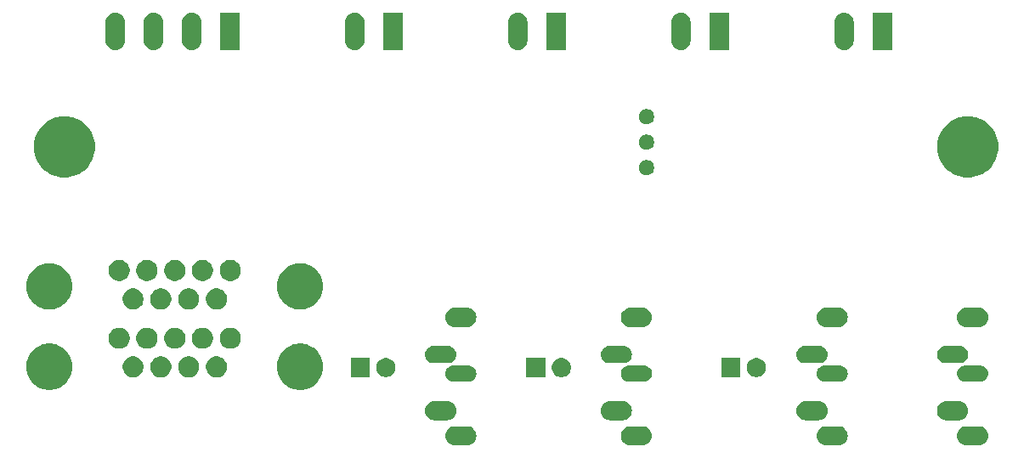
<source format=gbr>
%TF.GenerationSoftware,KiCad,Pcbnew,(5.1.4)-1*%
%TF.CreationDate,2020-11-06T00:28:36+08:00*%
%TF.ProjectId,interface,696e7465-7266-4616-9365-2e6b69636164,rev?*%
%TF.SameCoordinates,Original*%
%TF.FileFunction,Soldermask,Bot*%
%TF.FilePolarity,Negative*%
%FSLAX46Y46*%
G04 Gerber Fmt 4.6, Leading zero omitted, Abs format (unit mm)*
G04 Created by KiCad (PCBNEW (5.1.4)-1) date 2020-11-06 00:28:36*
%MOMM*%
%LPD*%
G04 APERTURE LIST*
%ADD10C,0.350000*%
G04 APERTURE END LIST*
D10*
G36*
X116286425Y-87862760D02*
G01*
X116286428Y-87862761D01*
X116286429Y-87862761D01*
X116465693Y-87917140D01*
X116465696Y-87917142D01*
X116465697Y-87917142D01*
X116630903Y-88005446D01*
X116775712Y-88124288D01*
X116894554Y-88269097D01*
X116982858Y-88434303D01*
X116982860Y-88434307D01*
X117037239Y-88613571D01*
X117037240Y-88613575D01*
X117055601Y-88800000D01*
X117037240Y-88986425D01*
X117037239Y-88986428D01*
X117037239Y-88986429D01*
X116982860Y-89165693D01*
X116982858Y-89165696D01*
X116982858Y-89165697D01*
X116894554Y-89330903D01*
X116775712Y-89475712D01*
X116630903Y-89594554D01*
X116465697Y-89682858D01*
X116465693Y-89682860D01*
X116286429Y-89737239D01*
X116286428Y-89737239D01*
X116286425Y-89737240D01*
X116146718Y-89751000D01*
X114853282Y-89751000D01*
X114713575Y-89737240D01*
X114713572Y-89737239D01*
X114713571Y-89737239D01*
X114534307Y-89682860D01*
X114534303Y-89682858D01*
X114369097Y-89594554D01*
X114224288Y-89475712D01*
X114105446Y-89330903D01*
X114017142Y-89165697D01*
X114017142Y-89165696D01*
X114017140Y-89165693D01*
X113962761Y-88986429D01*
X113962761Y-88986428D01*
X113962760Y-88986425D01*
X113944399Y-88800000D01*
X113962760Y-88613575D01*
X113962761Y-88613571D01*
X114017140Y-88434307D01*
X114017142Y-88434303D01*
X114105446Y-88269097D01*
X114224288Y-88124288D01*
X114369097Y-88005446D01*
X114534303Y-87917142D01*
X114534304Y-87917142D01*
X114534307Y-87917140D01*
X114713571Y-87862761D01*
X114713572Y-87862761D01*
X114713575Y-87862760D01*
X114853282Y-87849000D01*
X116146718Y-87849000D01*
X116286425Y-87862760D01*
X116286425Y-87862760D01*
G37*
G36*
X65286425Y-87862760D02*
G01*
X65286428Y-87862761D01*
X65286429Y-87862761D01*
X65465693Y-87917140D01*
X65465696Y-87917142D01*
X65465697Y-87917142D01*
X65630903Y-88005446D01*
X65775712Y-88124288D01*
X65894554Y-88269097D01*
X65982858Y-88434303D01*
X65982860Y-88434307D01*
X66037239Y-88613571D01*
X66037240Y-88613575D01*
X66055601Y-88800000D01*
X66037240Y-88986425D01*
X66037239Y-88986428D01*
X66037239Y-88986429D01*
X65982860Y-89165693D01*
X65982858Y-89165696D01*
X65982858Y-89165697D01*
X65894554Y-89330903D01*
X65775712Y-89475712D01*
X65630903Y-89594554D01*
X65465697Y-89682858D01*
X65465693Y-89682860D01*
X65286429Y-89737239D01*
X65286428Y-89737239D01*
X65286425Y-89737240D01*
X65146718Y-89751000D01*
X63853282Y-89751000D01*
X63713575Y-89737240D01*
X63713572Y-89737239D01*
X63713571Y-89737239D01*
X63534307Y-89682860D01*
X63534303Y-89682858D01*
X63369097Y-89594554D01*
X63224288Y-89475712D01*
X63105446Y-89330903D01*
X63017142Y-89165697D01*
X63017142Y-89165696D01*
X63017140Y-89165693D01*
X62962761Y-88986429D01*
X62962761Y-88986428D01*
X62962760Y-88986425D01*
X62944399Y-88800000D01*
X62962760Y-88613575D01*
X62962761Y-88613571D01*
X63017140Y-88434307D01*
X63017142Y-88434303D01*
X63105446Y-88269097D01*
X63224288Y-88124288D01*
X63369097Y-88005446D01*
X63534303Y-87917142D01*
X63534304Y-87917142D01*
X63534307Y-87917140D01*
X63713571Y-87862761D01*
X63713572Y-87862761D01*
X63713575Y-87862760D01*
X63853282Y-87849000D01*
X65146718Y-87849000D01*
X65286425Y-87862760D01*
X65286425Y-87862760D01*
G37*
G36*
X82786425Y-87862760D02*
G01*
X82786428Y-87862761D01*
X82786429Y-87862761D01*
X82965693Y-87917140D01*
X82965696Y-87917142D01*
X82965697Y-87917142D01*
X83130903Y-88005446D01*
X83275712Y-88124288D01*
X83394554Y-88269097D01*
X83482858Y-88434303D01*
X83482860Y-88434307D01*
X83537239Y-88613571D01*
X83537240Y-88613575D01*
X83555601Y-88800000D01*
X83537240Y-88986425D01*
X83537239Y-88986428D01*
X83537239Y-88986429D01*
X83482860Y-89165693D01*
X83482858Y-89165696D01*
X83482858Y-89165697D01*
X83394554Y-89330903D01*
X83275712Y-89475712D01*
X83130903Y-89594554D01*
X82965697Y-89682858D01*
X82965693Y-89682860D01*
X82786429Y-89737239D01*
X82786428Y-89737239D01*
X82786425Y-89737240D01*
X82646718Y-89751000D01*
X81353282Y-89751000D01*
X81213575Y-89737240D01*
X81213572Y-89737239D01*
X81213571Y-89737239D01*
X81034307Y-89682860D01*
X81034303Y-89682858D01*
X80869097Y-89594554D01*
X80724288Y-89475712D01*
X80605446Y-89330903D01*
X80517142Y-89165697D01*
X80517142Y-89165696D01*
X80517140Y-89165693D01*
X80462761Y-88986429D01*
X80462761Y-88986428D01*
X80462760Y-88986425D01*
X80444399Y-88800000D01*
X80462760Y-88613575D01*
X80462761Y-88613571D01*
X80517140Y-88434307D01*
X80517142Y-88434303D01*
X80605446Y-88269097D01*
X80724288Y-88124288D01*
X80869097Y-88005446D01*
X81034303Y-87917142D01*
X81034304Y-87917142D01*
X81034307Y-87917140D01*
X81213571Y-87862761D01*
X81213572Y-87862761D01*
X81213575Y-87862760D01*
X81353282Y-87849000D01*
X82646718Y-87849000D01*
X82786425Y-87862760D01*
X82786425Y-87862760D01*
G37*
G36*
X102286425Y-87862760D02*
G01*
X102286428Y-87862761D01*
X102286429Y-87862761D01*
X102465693Y-87917140D01*
X102465696Y-87917142D01*
X102465697Y-87917142D01*
X102630903Y-88005446D01*
X102775712Y-88124288D01*
X102894554Y-88269097D01*
X102982858Y-88434303D01*
X102982860Y-88434307D01*
X103037239Y-88613571D01*
X103037240Y-88613575D01*
X103055601Y-88800000D01*
X103037240Y-88986425D01*
X103037239Y-88986428D01*
X103037239Y-88986429D01*
X102982860Y-89165693D01*
X102982858Y-89165696D01*
X102982858Y-89165697D01*
X102894554Y-89330903D01*
X102775712Y-89475712D01*
X102630903Y-89594554D01*
X102465697Y-89682858D01*
X102465693Y-89682860D01*
X102286429Y-89737239D01*
X102286428Y-89737239D01*
X102286425Y-89737240D01*
X102146718Y-89751000D01*
X100853282Y-89751000D01*
X100713575Y-89737240D01*
X100713572Y-89737239D01*
X100713571Y-89737239D01*
X100534307Y-89682860D01*
X100534303Y-89682858D01*
X100369097Y-89594554D01*
X100224288Y-89475712D01*
X100105446Y-89330903D01*
X100017142Y-89165697D01*
X100017142Y-89165696D01*
X100017140Y-89165693D01*
X99962761Y-88986429D01*
X99962761Y-88986428D01*
X99962760Y-88986425D01*
X99944399Y-88800000D01*
X99962760Y-88613575D01*
X99962761Y-88613571D01*
X100017140Y-88434307D01*
X100017142Y-88434303D01*
X100105446Y-88269097D01*
X100224288Y-88124288D01*
X100369097Y-88005446D01*
X100534303Y-87917142D01*
X100534304Y-87917142D01*
X100534307Y-87917140D01*
X100713571Y-87862761D01*
X100713572Y-87862761D01*
X100713575Y-87862760D01*
X100853282Y-87849000D01*
X102146718Y-87849000D01*
X102286425Y-87862760D01*
X102286425Y-87862760D01*
G37*
G36*
X63286425Y-85362760D02*
G01*
X63286428Y-85362761D01*
X63286429Y-85362761D01*
X63465693Y-85417140D01*
X63465696Y-85417142D01*
X63465697Y-85417142D01*
X63630903Y-85505446D01*
X63775712Y-85624288D01*
X63894554Y-85769097D01*
X63982858Y-85934303D01*
X63982860Y-85934307D01*
X64037239Y-86113571D01*
X64037240Y-86113575D01*
X64055601Y-86300000D01*
X64037240Y-86486425D01*
X64037239Y-86486428D01*
X64037239Y-86486429D01*
X63982860Y-86665693D01*
X63982858Y-86665696D01*
X63982858Y-86665697D01*
X63894554Y-86830903D01*
X63775712Y-86975712D01*
X63630903Y-87094554D01*
X63465697Y-87182858D01*
X63465693Y-87182860D01*
X63286429Y-87237239D01*
X63286428Y-87237239D01*
X63286425Y-87237240D01*
X63146718Y-87251000D01*
X61853282Y-87251000D01*
X61713575Y-87237240D01*
X61713572Y-87237239D01*
X61713571Y-87237239D01*
X61534307Y-87182860D01*
X61534303Y-87182858D01*
X61369097Y-87094554D01*
X61224288Y-86975712D01*
X61105446Y-86830903D01*
X61017142Y-86665697D01*
X61017142Y-86665696D01*
X61017140Y-86665693D01*
X60962761Y-86486429D01*
X60962761Y-86486428D01*
X60962760Y-86486425D01*
X60944399Y-86300000D01*
X60962760Y-86113575D01*
X60962761Y-86113571D01*
X61017140Y-85934307D01*
X61017142Y-85934303D01*
X61105446Y-85769097D01*
X61224288Y-85624288D01*
X61369097Y-85505446D01*
X61534303Y-85417142D01*
X61534304Y-85417142D01*
X61534307Y-85417140D01*
X61713571Y-85362761D01*
X61713572Y-85362761D01*
X61713575Y-85362760D01*
X61853282Y-85349000D01*
X63146718Y-85349000D01*
X63286425Y-85362760D01*
X63286425Y-85362760D01*
G37*
G36*
X114286425Y-85362760D02*
G01*
X114286428Y-85362761D01*
X114286429Y-85362761D01*
X114465693Y-85417140D01*
X114465696Y-85417142D01*
X114465697Y-85417142D01*
X114630903Y-85505446D01*
X114775712Y-85624288D01*
X114894554Y-85769097D01*
X114982858Y-85934303D01*
X114982860Y-85934307D01*
X115037239Y-86113571D01*
X115037240Y-86113575D01*
X115055601Y-86300000D01*
X115037240Y-86486425D01*
X115037239Y-86486428D01*
X115037239Y-86486429D01*
X114982860Y-86665693D01*
X114982858Y-86665696D01*
X114982858Y-86665697D01*
X114894554Y-86830903D01*
X114775712Y-86975712D01*
X114630903Y-87094554D01*
X114465697Y-87182858D01*
X114465693Y-87182860D01*
X114286429Y-87237239D01*
X114286428Y-87237239D01*
X114286425Y-87237240D01*
X114146718Y-87251000D01*
X112853282Y-87251000D01*
X112713575Y-87237240D01*
X112713572Y-87237239D01*
X112713571Y-87237239D01*
X112534307Y-87182860D01*
X112534303Y-87182858D01*
X112369097Y-87094554D01*
X112224288Y-86975712D01*
X112105446Y-86830903D01*
X112017142Y-86665697D01*
X112017142Y-86665696D01*
X112017140Y-86665693D01*
X111962761Y-86486429D01*
X111962761Y-86486428D01*
X111962760Y-86486425D01*
X111944399Y-86300000D01*
X111962760Y-86113575D01*
X111962761Y-86113571D01*
X112017140Y-85934307D01*
X112017142Y-85934303D01*
X112105446Y-85769097D01*
X112224288Y-85624288D01*
X112369097Y-85505446D01*
X112534303Y-85417142D01*
X112534304Y-85417142D01*
X112534307Y-85417140D01*
X112713571Y-85362761D01*
X112713572Y-85362761D01*
X112713575Y-85362760D01*
X112853282Y-85349000D01*
X114146718Y-85349000D01*
X114286425Y-85362760D01*
X114286425Y-85362760D01*
G37*
G36*
X100286425Y-85362760D02*
G01*
X100286428Y-85362761D01*
X100286429Y-85362761D01*
X100465693Y-85417140D01*
X100465696Y-85417142D01*
X100465697Y-85417142D01*
X100630903Y-85505446D01*
X100775712Y-85624288D01*
X100894554Y-85769097D01*
X100982858Y-85934303D01*
X100982860Y-85934307D01*
X101037239Y-86113571D01*
X101037240Y-86113575D01*
X101055601Y-86300000D01*
X101037240Y-86486425D01*
X101037239Y-86486428D01*
X101037239Y-86486429D01*
X100982860Y-86665693D01*
X100982858Y-86665696D01*
X100982858Y-86665697D01*
X100894554Y-86830903D01*
X100775712Y-86975712D01*
X100630903Y-87094554D01*
X100465697Y-87182858D01*
X100465693Y-87182860D01*
X100286429Y-87237239D01*
X100286428Y-87237239D01*
X100286425Y-87237240D01*
X100146718Y-87251000D01*
X98853282Y-87251000D01*
X98713575Y-87237240D01*
X98713572Y-87237239D01*
X98713571Y-87237239D01*
X98534307Y-87182860D01*
X98534303Y-87182858D01*
X98369097Y-87094554D01*
X98224288Y-86975712D01*
X98105446Y-86830903D01*
X98017142Y-86665697D01*
X98017142Y-86665696D01*
X98017140Y-86665693D01*
X97962761Y-86486429D01*
X97962761Y-86486428D01*
X97962760Y-86486425D01*
X97944399Y-86300000D01*
X97962760Y-86113575D01*
X97962761Y-86113571D01*
X98017140Y-85934307D01*
X98017142Y-85934303D01*
X98105446Y-85769097D01*
X98224288Y-85624288D01*
X98369097Y-85505446D01*
X98534303Y-85417142D01*
X98534304Y-85417142D01*
X98534307Y-85417140D01*
X98713571Y-85362761D01*
X98713572Y-85362761D01*
X98713575Y-85362760D01*
X98853282Y-85349000D01*
X100146718Y-85349000D01*
X100286425Y-85362760D01*
X100286425Y-85362760D01*
G37*
G36*
X80786425Y-85362760D02*
G01*
X80786428Y-85362761D01*
X80786429Y-85362761D01*
X80965693Y-85417140D01*
X80965696Y-85417142D01*
X80965697Y-85417142D01*
X81130903Y-85505446D01*
X81275712Y-85624288D01*
X81394554Y-85769097D01*
X81482858Y-85934303D01*
X81482860Y-85934307D01*
X81537239Y-86113571D01*
X81537240Y-86113575D01*
X81555601Y-86300000D01*
X81537240Y-86486425D01*
X81537239Y-86486428D01*
X81537239Y-86486429D01*
X81482860Y-86665693D01*
X81482858Y-86665696D01*
X81482858Y-86665697D01*
X81394554Y-86830903D01*
X81275712Y-86975712D01*
X81130903Y-87094554D01*
X80965697Y-87182858D01*
X80965693Y-87182860D01*
X80786429Y-87237239D01*
X80786428Y-87237239D01*
X80786425Y-87237240D01*
X80646718Y-87251000D01*
X79353282Y-87251000D01*
X79213575Y-87237240D01*
X79213572Y-87237239D01*
X79213571Y-87237239D01*
X79034307Y-87182860D01*
X79034303Y-87182858D01*
X78869097Y-87094554D01*
X78724288Y-86975712D01*
X78605446Y-86830903D01*
X78517142Y-86665697D01*
X78517142Y-86665696D01*
X78517140Y-86665693D01*
X78462761Y-86486429D01*
X78462761Y-86486428D01*
X78462760Y-86486425D01*
X78444399Y-86300000D01*
X78462760Y-86113575D01*
X78462761Y-86113571D01*
X78517140Y-85934307D01*
X78517142Y-85934303D01*
X78605446Y-85769097D01*
X78724288Y-85624288D01*
X78869097Y-85505446D01*
X79034303Y-85417142D01*
X79034304Y-85417142D01*
X79034307Y-85417140D01*
X79213571Y-85362761D01*
X79213572Y-85362761D01*
X79213575Y-85362760D01*
X79353282Y-85349000D01*
X80646718Y-85349000D01*
X80786425Y-85362760D01*
X80786425Y-85362760D01*
G37*
G36*
X48948903Y-79663213D02*
G01*
X49171177Y-79707426D01*
X49589932Y-79880880D01*
X49966802Y-80132696D01*
X50287304Y-80453198D01*
X50539120Y-80830068D01*
X50712574Y-81248823D01*
X50715058Y-81261310D01*
X50770232Y-81538687D01*
X50801000Y-81693371D01*
X50801000Y-82146629D01*
X50712574Y-82591177D01*
X50539120Y-83009932D01*
X50287304Y-83386802D01*
X49966802Y-83707304D01*
X49589932Y-83959120D01*
X49171177Y-84132574D01*
X48948903Y-84176787D01*
X48726630Y-84221000D01*
X48273370Y-84221000D01*
X48051097Y-84176787D01*
X47828823Y-84132574D01*
X47410068Y-83959120D01*
X47033198Y-83707304D01*
X46712696Y-83386802D01*
X46460880Y-83009932D01*
X46287426Y-82591177D01*
X46199000Y-82146629D01*
X46199000Y-81693371D01*
X46229769Y-81538687D01*
X46284942Y-81261310D01*
X46287426Y-81248823D01*
X46460880Y-80830068D01*
X46712696Y-80453198D01*
X47033198Y-80132696D01*
X47410068Y-79880880D01*
X47828823Y-79707426D01*
X48051097Y-79663213D01*
X48273370Y-79619000D01*
X48726630Y-79619000D01*
X48948903Y-79663213D01*
X48948903Y-79663213D01*
G37*
G36*
X23948903Y-79663213D02*
G01*
X24171177Y-79707426D01*
X24589932Y-79880880D01*
X24966802Y-80132696D01*
X25287304Y-80453198D01*
X25539120Y-80830068D01*
X25712574Y-81248823D01*
X25715058Y-81261310D01*
X25770232Y-81538687D01*
X25801000Y-81693371D01*
X25801000Y-82146629D01*
X25712574Y-82591177D01*
X25539120Y-83009932D01*
X25287304Y-83386802D01*
X24966802Y-83707304D01*
X24589932Y-83959120D01*
X24171177Y-84132574D01*
X23948903Y-84176787D01*
X23726630Y-84221000D01*
X23273370Y-84221000D01*
X23051097Y-84176787D01*
X22828823Y-84132574D01*
X22410068Y-83959120D01*
X22033198Y-83707304D01*
X21712696Y-83386802D01*
X21460880Y-83009932D01*
X21287426Y-82591177D01*
X21199000Y-82146629D01*
X21199000Y-81693371D01*
X21229769Y-81538687D01*
X21284942Y-81261310D01*
X21287426Y-81248823D01*
X21460880Y-80830068D01*
X21712696Y-80453198D01*
X22033198Y-80132696D01*
X22410068Y-79880880D01*
X22828823Y-79707426D01*
X23051097Y-79663213D01*
X23273370Y-79619000D01*
X23726630Y-79619000D01*
X23948903Y-79663213D01*
X23948903Y-79663213D01*
G37*
G36*
X116328571Y-81802863D02*
G01*
X116407023Y-81810590D01*
X116507682Y-81841125D01*
X116558013Y-81856392D01*
X116697165Y-81930771D01*
X116819133Y-82030867D01*
X116919229Y-82152835D01*
X116993608Y-82291987D01*
X116993608Y-82291988D01*
X117039410Y-82442977D01*
X117054875Y-82600000D01*
X117039410Y-82757023D01*
X117013400Y-82842765D01*
X116993608Y-82908013D01*
X116919229Y-83047165D01*
X116819133Y-83169133D01*
X116697165Y-83269229D01*
X116558013Y-83343608D01*
X116507682Y-83358875D01*
X116407023Y-83389410D01*
X116328571Y-83397137D01*
X116289346Y-83401000D01*
X114710654Y-83401000D01*
X114671429Y-83397137D01*
X114592977Y-83389410D01*
X114492318Y-83358875D01*
X114441987Y-83343608D01*
X114302835Y-83269229D01*
X114180867Y-83169133D01*
X114080771Y-83047165D01*
X114006392Y-82908013D01*
X113986600Y-82842765D01*
X113960590Y-82757023D01*
X113945125Y-82600000D01*
X113960590Y-82442977D01*
X114006392Y-82291988D01*
X114006392Y-82291987D01*
X114080771Y-82152835D01*
X114180867Y-82030867D01*
X114302835Y-81930771D01*
X114441987Y-81856392D01*
X114492318Y-81841125D01*
X114592977Y-81810590D01*
X114671429Y-81802863D01*
X114710654Y-81799000D01*
X116289346Y-81799000D01*
X116328571Y-81802863D01*
X116328571Y-81802863D01*
G37*
G36*
X65328571Y-81802863D02*
G01*
X65407023Y-81810590D01*
X65507682Y-81841125D01*
X65558013Y-81856392D01*
X65697165Y-81930771D01*
X65819133Y-82030867D01*
X65919229Y-82152835D01*
X65993608Y-82291987D01*
X65993608Y-82291988D01*
X66039410Y-82442977D01*
X66054875Y-82600000D01*
X66039410Y-82757023D01*
X66013400Y-82842765D01*
X65993608Y-82908013D01*
X65919229Y-83047165D01*
X65819133Y-83169133D01*
X65697165Y-83269229D01*
X65558013Y-83343608D01*
X65507682Y-83358875D01*
X65407023Y-83389410D01*
X65328571Y-83397137D01*
X65289346Y-83401000D01*
X63710654Y-83401000D01*
X63671429Y-83397137D01*
X63592977Y-83389410D01*
X63492318Y-83358875D01*
X63441987Y-83343608D01*
X63302835Y-83269229D01*
X63180867Y-83169133D01*
X63080771Y-83047165D01*
X63006392Y-82908013D01*
X62986600Y-82842765D01*
X62960590Y-82757023D01*
X62945125Y-82600000D01*
X62960590Y-82442977D01*
X63006392Y-82291988D01*
X63006392Y-82291987D01*
X63080771Y-82152835D01*
X63180867Y-82030867D01*
X63302835Y-81930771D01*
X63441987Y-81856392D01*
X63492318Y-81841125D01*
X63592977Y-81810590D01*
X63671429Y-81802863D01*
X63710654Y-81799000D01*
X65289346Y-81799000D01*
X65328571Y-81802863D01*
X65328571Y-81802863D01*
G37*
G36*
X82828571Y-81802863D02*
G01*
X82907023Y-81810590D01*
X83007682Y-81841125D01*
X83058013Y-81856392D01*
X83197165Y-81930771D01*
X83319133Y-82030867D01*
X83419229Y-82152835D01*
X83493608Y-82291987D01*
X83493608Y-82291988D01*
X83539410Y-82442977D01*
X83554875Y-82600000D01*
X83539410Y-82757023D01*
X83513400Y-82842765D01*
X83493608Y-82908013D01*
X83419229Y-83047165D01*
X83319133Y-83169133D01*
X83197165Y-83269229D01*
X83058013Y-83343608D01*
X83007682Y-83358875D01*
X82907023Y-83389410D01*
X82828571Y-83397137D01*
X82789346Y-83401000D01*
X81210654Y-83401000D01*
X81171429Y-83397137D01*
X81092977Y-83389410D01*
X80992318Y-83358875D01*
X80941987Y-83343608D01*
X80802835Y-83269229D01*
X80680867Y-83169133D01*
X80580771Y-83047165D01*
X80506392Y-82908013D01*
X80486600Y-82842765D01*
X80460590Y-82757023D01*
X80445125Y-82600000D01*
X80460590Y-82442977D01*
X80506392Y-82291988D01*
X80506392Y-82291987D01*
X80580771Y-82152835D01*
X80680867Y-82030867D01*
X80802835Y-81930771D01*
X80941987Y-81856392D01*
X80992318Y-81841125D01*
X81092977Y-81810590D01*
X81171429Y-81802863D01*
X81210654Y-81799000D01*
X82789346Y-81799000D01*
X82828571Y-81802863D01*
X82828571Y-81802863D01*
G37*
G36*
X102328571Y-81802863D02*
G01*
X102407023Y-81810590D01*
X102507682Y-81841125D01*
X102558013Y-81856392D01*
X102697165Y-81930771D01*
X102819133Y-82030867D01*
X102919229Y-82152835D01*
X102993608Y-82291987D01*
X102993608Y-82291988D01*
X103039410Y-82442977D01*
X103054875Y-82600000D01*
X103039410Y-82757023D01*
X103013400Y-82842765D01*
X102993608Y-82908013D01*
X102919229Y-83047165D01*
X102819133Y-83169133D01*
X102697165Y-83269229D01*
X102558013Y-83343608D01*
X102507682Y-83358875D01*
X102407023Y-83389410D01*
X102328571Y-83397137D01*
X102289346Y-83401000D01*
X100710654Y-83401000D01*
X100671429Y-83397137D01*
X100592977Y-83389410D01*
X100492318Y-83358875D01*
X100441987Y-83343608D01*
X100302835Y-83269229D01*
X100180867Y-83169133D01*
X100080771Y-83047165D01*
X100006392Y-82908013D01*
X99986600Y-82842765D01*
X99960590Y-82757023D01*
X99945125Y-82600000D01*
X99960590Y-82442977D01*
X100006392Y-82291988D01*
X100006392Y-82291987D01*
X100080771Y-82152835D01*
X100180867Y-82030867D01*
X100302835Y-81930771D01*
X100441987Y-81856392D01*
X100492318Y-81841125D01*
X100592977Y-81810590D01*
X100671429Y-81802863D01*
X100710654Y-81799000D01*
X102289346Y-81799000D01*
X102328571Y-81802863D01*
X102328571Y-81802863D01*
G37*
G36*
X37691564Y-80909389D02*
G01*
X37882833Y-80988615D01*
X37882835Y-80988616D01*
X37940638Y-81027239D01*
X38054973Y-81103635D01*
X38201365Y-81250027D01*
X38316385Y-81422167D01*
X38395611Y-81613436D01*
X38436000Y-81816484D01*
X38436000Y-82023516D01*
X38395611Y-82226564D01*
X38316385Y-82417833D01*
X38316384Y-82417835D01*
X38201365Y-82589973D01*
X38054973Y-82736365D01*
X37882835Y-82851384D01*
X37882834Y-82851385D01*
X37882833Y-82851385D01*
X37691564Y-82930611D01*
X37488516Y-82971000D01*
X37281484Y-82971000D01*
X37078436Y-82930611D01*
X36887167Y-82851385D01*
X36887166Y-82851385D01*
X36887165Y-82851384D01*
X36715027Y-82736365D01*
X36568635Y-82589973D01*
X36453616Y-82417835D01*
X36453615Y-82417833D01*
X36374389Y-82226564D01*
X36334000Y-82023516D01*
X36334000Y-81816484D01*
X36374389Y-81613436D01*
X36453615Y-81422167D01*
X36568635Y-81250027D01*
X36715027Y-81103635D01*
X36829362Y-81027239D01*
X36887165Y-80988616D01*
X36887167Y-80988615D01*
X37078436Y-80909389D01*
X37281484Y-80869000D01*
X37488516Y-80869000D01*
X37691564Y-80909389D01*
X37691564Y-80909389D01*
G37*
G36*
X32151564Y-80909389D02*
G01*
X32342833Y-80988615D01*
X32342835Y-80988616D01*
X32400638Y-81027239D01*
X32514973Y-81103635D01*
X32661365Y-81250027D01*
X32776385Y-81422167D01*
X32855611Y-81613436D01*
X32896000Y-81816484D01*
X32896000Y-82023516D01*
X32855611Y-82226564D01*
X32776385Y-82417833D01*
X32776384Y-82417835D01*
X32661365Y-82589973D01*
X32514973Y-82736365D01*
X32342835Y-82851384D01*
X32342834Y-82851385D01*
X32342833Y-82851385D01*
X32151564Y-82930611D01*
X31948516Y-82971000D01*
X31741484Y-82971000D01*
X31538436Y-82930611D01*
X31347167Y-82851385D01*
X31347166Y-82851385D01*
X31347165Y-82851384D01*
X31175027Y-82736365D01*
X31028635Y-82589973D01*
X30913616Y-82417835D01*
X30913615Y-82417833D01*
X30834389Y-82226564D01*
X30794000Y-82023516D01*
X30794000Y-81816484D01*
X30834389Y-81613436D01*
X30913615Y-81422167D01*
X31028635Y-81250027D01*
X31175027Y-81103635D01*
X31289362Y-81027239D01*
X31347165Y-80988616D01*
X31347167Y-80988615D01*
X31538436Y-80909389D01*
X31741484Y-80869000D01*
X31948516Y-80869000D01*
X32151564Y-80909389D01*
X32151564Y-80909389D01*
G37*
G36*
X40461564Y-80909389D02*
G01*
X40652833Y-80988615D01*
X40652835Y-80988616D01*
X40710638Y-81027239D01*
X40824973Y-81103635D01*
X40971365Y-81250027D01*
X41086385Y-81422167D01*
X41165611Y-81613436D01*
X41206000Y-81816484D01*
X41206000Y-82023516D01*
X41165611Y-82226564D01*
X41086385Y-82417833D01*
X41086384Y-82417835D01*
X40971365Y-82589973D01*
X40824973Y-82736365D01*
X40652835Y-82851384D01*
X40652834Y-82851385D01*
X40652833Y-82851385D01*
X40461564Y-82930611D01*
X40258516Y-82971000D01*
X40051484Y-82971000D01*
X39848436Y-82930611D01*
X39657167Y-82851385D01*
X39657166Y-82851385D01*
X39657165Y-82851384D01*
X39485027Y-82736365D01*
X39338635Y-82589973D01*
X39223616Y-82417835D01*
X39223615Y-82417833D01*
X39144389Y-82226564D01*
X39104000Y-82023516D01*
X39104000Y-81816484D01*
X39144389Y-81613436D01*
X39223615Y-81422167D01*
X39338635Y-81250027D01*
X39485027Y-81103635D01*
X39599362Y-81027239D01*
X39657165Y-80988616D01*
X39657167Y-80988615D01*
X39848436Y-80909389D01*
X40051484Y-80869000D01*
X40258516Y-80869000D01*
X40461564Y-80909389D01*
X40461564Y-80909389D01*
G37*
G36*
X34921564Y-80909389D02*
G01*
X35112833Y-80988615D01*
X35112835Y-80988616D01*
X35170638Y-81027239D01*
X35284973Y-81103635D01*
X35431365Y-81250027D01*
X35546385Y-81422167D01*
X35625611Y-81613436D01*
X35666000Y-81816484D01*
X35666000Y-82023516D01*
X35625611Y-82226564D01*
X35546385Y-82417833D01*
X35546384Y-82417835D01*
X35431365Y-82589973D01*
X35284973Y-82736365D01*
X35112835Y-82851384D01*
X35112834Y-82851385D01*
X35112833Y-82851385D01*
X34921564Y-82930611D01*
X34718516Y-82971000D01*
X34511484Y-82971000D01*
X34308436Y-82930611D01*
X34117167Y-82851385D01*
X34117166Y-82851385D01*
X34117165Y-82851384D01*
X33945027Y-82736365D01*
X33798635Y-82589973D01*
X33683616Y-82417835D01*
X33683615Y-82417833D01*
X33604389Y-82226564D01*
X33564000Y-82023516D01*
X33564000Y-81816484D01*
X33604389Y-81613436D01*
X33683615Y-81422167D01*
X33798635Y-81250027D01*
X33945027Y-81103635D01*
X34059362Y-81027239D01*
X34117165Y-80988616D01*
X34117167Y-80988615D01*
X34308436Y-80909389D01*
X34511484Y-80869000D01*
X34718516Y-80869000D01*
X34921564Y-80909389D01*
X34921564Y-80909389D01*
G37*
G36*
X72931000Y-82951000D02*
G01*
X71029000Y-82951000D01*
X71029000Y-81049000D01*
X72931000Y-81049000D01*
X72931000Y-82951000D01*
X72931000Y-82951000D01*
G37*
G36*
X94217395Y-81085546D02*
G01*
X94390466Y-81157234D01*
X94390467Y-81157235D01*
X94546227Y-81261310D01*
X94678690Y-81393773D01*
X94678691Y-81393775D01*
X94782766Y-81549534D01*
X94854454Y-81722605D01*
X94891000Y-81906333D01*
X94891000Y-82093667D01*
X94854454Y-82277395D01*
X94782766Y-82450466D01*
X94782765Y-82450467D01*
X94678690Y-82606227D01*
X94546227Y-82738690D01*
X94467818Y-82791081D01*
X94390466Y-82842766D01*
X94217395Y-82914454D01*
X94033667Y-82951000D01*
X93846333Y-82951000D01*
X93662605Y-82914454D01*
X93489534Y-82842766D01*
X93412182Y-82791081D01*
X93333773Y-82738690D01*
X93201310Y-82606227D01*
X93097235Y-82450467D01*
X93097234Y-82450466D01*
X93025546Y-82277395D01*
X92989000Y-82093667D01*
X92989000Y-81906333D01*
X93025546Y-81722605D01*
X93097234Y-81549534D01*
X93201309Y-81393775D01*
X93201310Y-81393773D01*
X93333773Y-81261310D01*
X93489533Y-81157235D01*
X93489534Y-81157234D01*
X93662605Y-81085546D01*
X93846333Y-81049000D01*
X94033667Y-81049000D01*
X94217395Y-81085546D01*
X94217395Y-81085546D01*
G37*
G36*
X92351000Y-82951000D02*
G01*
X90449000Y-82951000D01*
X90449000Y-81049000D01*
X92351000Y-81049000D01*
X92351000Y-82951000D01*
X92351000Y-82951000D01*
G37*
G36*
X74797395Y-81085546D02*
G01*
X74970466Y-81157234D01*
X74970467Y-81157235D01*
X75126227Y-81261310D01*
X75258690Y-81393773D01*
X75258691Y-81393775D01*
X75362766Y-81549534D01*
X75434454Y-81722605D01*
X75471000Y-81906333D01*
X75471000Y-82093667D01*
X75434454Y-82277395D01*
X75362766Y-82450466D01*
X75362765Y-82450467D01*
X75258690Y-82606227D01*
X75126227Y-82738690D01*
X75047818Y-82791081D01*
X74970466Y-82842766D01*
X74797395Y-82914454D01*
X74613667Y-82951000D01*
X74426333Y-82951000D01*
X74242605Y-82914454D01*
X74069534Y-82842766D01*
X73992182Y-82791081D01*
X73913773Y-82738690D01*
X73781310Y-82606227D01*
X73677235Y-82450467D01*
X73677234Y-82450466D01*
X73605546Y-82277395D01*
X73569000Y-82093667D01*
X73569000Y-81906333D01*
X73605546Y-81722605D01*
X73677234Y-81549534D01*
X73781309Y-81393775D01*
X73781310Y-81393773D01*
X73913773Y-81261310D01*
X74069533Y-81157235D01*
X74069534Y-81157234D01*
X74242605Y-81085546D01*
X74426333Y-81049000D01*
X74613667Y-81049000D01*
X74797395Y-81085546D01*
X74797395Y-81085546D01*
G37*
G36*
X57317395Y-81085546D02*
G01*
X57490466Y-81157234D01*
X57490467Y-81157235D01*
X57646227Y-81261310D01*
X57778690Y-81393773D01*
X57778691Y-81393775D01*
X57882766Y-81549534D01*
X57954454Y-81722605D01*
X57991000Y-81906333D01*
X57991000Y-82093667D01*
X57954454Y-82277395D01*
X57882766Y-82450466D01*
X57882765Y-82450467D01*
X57778690Y-82606227D01*
X57646227Y-82738690D01*
X57567818Y-82791081D01*
X57490466Y-82842766D01*
X57317395Y-82914454D01*
X57133667Y-82951000D01*
X56946333Y-82951000D01*
X56762605Y-82914454D01*
X56589534Y-82842766D01*
X56512182Y-82791081D01*
X56433773Y-82738690D01*
X56301310Y-82606227D01*
X56197235Y-82450467D01*
X56197234Y-82450466D01*
X56125546Y-82277395D01*
X56089000Y-82093667D01*
X56089000Y-81906333D01*
X56125546Y-81722605D01*
X56197234Y-81549534D01*
X56301309Y-81393775D01*
X56301310Y-81393773D01*
X56433773Y-81261310D01*
X56589533Y-81157235D01*
X56589534Y-81157234D01*
X56762605Y-81085546D01*
X56946333Y-81049000D01*
X57133667Y-81049000D01*
X57317395Y-81085546D01*
X57317395Y-81085546D01*
G37*
G36*
X55451000Y-82951000D02*
G01*
X53549000Y-82951000D01*
X53549000Y-81049000D01*
X55451000Y-81049000D01*
X55451000Y-82951000D01*
X55451000Y-82951000D01*
G37*
G36*
X100366823Y-79861313D02*
G01*
X100527242Y-79909976D01*
X100659906Y-79980886D01*
X100675078Y-79988996D01*
X100804659Y-80095341D01*
X100911004Y-80224922D01*
X100911005Y-80224924D01*
X100990024Y-80372758D01*
X101038687Y-80533177D01*
X101055117Y-80700000D01*
X101038687Y-80866823D01*
X100990024Y-81027242D01*
X100958859Y-81085547D01*
X100911004Y-81175078D01*
X100804659Y-81304659D01*
X100675078Y-81411004D01*
X100675076Y-81411005D01*
X100527242Y-81490024D01*
X100366823Y-81538687D01*
X100241804Y-81551000D01*
X98758196Y-81551000D01*
X98633177Y-81538687D01*
X98472758Y-81490024D01*
X98324924Y-81411005D01*
X98324922Y-81411004D01*
X98195341Y-81304659D01*
X98088996Y-81175078D01*
X98041141Y-81085547D01*
X98009976Y-81027242D01*
X97961313Y-80866823D01*
X97944883Y-80700000D01*
X97961313Y-80533177D01*
X98009976Y-80372758D01*
X98088995Y-80224924D01*
X98088996Y-80224922D01*
X98195341Y-80095341D01*
X98324922Y-79988996D01*
X98340094Y-79980886D01*
X98472758Y-79909976D01*
X98633177Y-79861313D01*
X98758196Y-79849000D01*
X100241804Y-79849000D01*
X100366823Y-79861313D01*
X100366823Y-79861313D01*
G37*
G36*
X63366823Y-79861313D02*
G01*
X63527242Y-79909976D01*
X63659906Y-79980886D01*
X63675078Y-79988996D01*
X63804659Y-80095341D01*
X63911004Y-80224922D01*
X63911005Y-80224924D01*
X63990024Y-80372758D01*
X64038687Y-80533177D01*
X64055117Y-80700000D01*
X64038687Y-80866823D01*
X63990024Y-81027242D01*
X63958859Y-81085547D01*
X63911004Y-81175078D01*
X63804659Y-81304659D01*
X63675078Y-81411004D01*
X63675076Y-81411005D01*
X63527242Y-81490024D01*
X63366823Y-81538687D01*
X63241804Y-81551000D01*
X61758196Y-81551000D01*
X61633177Y-81538687D01*
X61472758Y-81490024D01*
X61324924Y-81411005D01*
X61324922Y-81411004D01*
X61195341Y-81304659D01*
X61088996Y-81175078D01*
X61041141Y-81085547D01*
X61009976Y-81027242D01*
X60961313Y-80866823D01*
X60944883Y-80700000D01*
X60961313Y-80533177D01*
X61009976Y-80372758D01*
X61088995Y-80224924D01*
X61088996Y-80224922D01*
X61195341Y-80095341D01*
X61324922Y-79988996D01*
X61340094Y-79980886D01*
X61472758Y-79909976D01*
X61633177Y-79861313D01*
X61758196Y-79849000D01*
X63241804Y-79849000D01*
X63366823Y-79861313D01*
X63366823Y-79861313D01*
G37*
G36*
X114366823Y-79861313D02*
G01*
X114527242Y-79909976D01*
X114659906Y-79980886D01*
X114675078Y-79988996D01*
X114804659Y-80095341D01*
X114911004Y-80224922D01*
X114911005Y-80224924D01*
X114990024Y-80372758D01*
X115038687Y-80533177D01*
X115055117Y-80700000D01*
X115038687Y-80866823D01*
X114990024Y-81027242D01*
X114958859Y-81085547D01*
X114911004Y-81175078D01*
X114804659Y-81304659D01*
X114675078Y-81411004D01*
X114675076Y-81411005D01*
X114527242Y-81490024D01*
X114366823Y-81538687D01*
X114241804Y-81551000D01*
X112758196Y-81551000D01*
X112633177Y-81538687D01*
X112472758Y-81490024D01*
X112324924Y-81411005D01*
X112324922Y-81411004D01*
X112195341Y-81304659D01*
X112088996Y-81175078D01*
X112041141Y-81085547D01*
X112009976Y-81027242D01*
X111961313Y-80866823D01*
X111944883Y-80700000D01*
X111961313Y-80533177D01*
X112009976Y-80372758D01*
X112088995Y-80224924D01*
X112088996Y-80224922D01*
X112195341Y-80095341D01*
X112324922Y-79988996D01*
X112340094Y-79980886D01*
X112472758Y-79909976D01*
X112633177Y-79861313D01*
X112758196Y-79849000D01*
X114241804Y-79849000D01*
X114366823Y-79861313D01*
X114366823Y-79861313D01*
G37*
G36*
X80866823Y-79861313D02*
G01*
X81027242Y-79909976D01*
X81159906Y-79980886D01*
X81175078Y-79988996D01*
X81304659Y-80095341D01*
X81411004Y-80224922D01*
X81411005Y-80224924D01*
X81490024Y-80372758D01*
X81538687Y-80533177D01*
X81555117Y-80700000D01*
X81538687Y-80866823D01*
X81490024Y-81027242D01*
X81458859Y-81085547D01*
X81411004Y-81175078D01*
X81304659Y-81304659D01*
X81175078Y-81411004D01*
X81175076Y-81411005D01*
X81027242Y-81490024D01*
X80866823Y-81538687D01*
X80741804Y-81551000D01*
X79258196Y-81551000D01*
X79133177Y-81538687D01*
X78972758Y-81490024D01*
X78824924Y-81411005D01*
X78824922Y-81411004D01*
X78695341Y-81304659D01*
X78588996Y-81175078D01*
X78541141Y-81085547D01*
X78509976Y-81027242D01*
X78461313Y-80866823D01*
X78444883Y-80700000D01*
X78461313Y-80533177D01*
X78509976Y-80372758D01*
X78588995Y-80224924D01*
X78588996Y-80224922D01*
X78695341Y-80095341D01*
X78824922Y-79988996D01*
X78840094Y-79980886D01*
X78972758Y-79909976D01*
X79133177Y-79861313D01*
X79258196Y-79849000D01*
X80741804Y-79849000D01*
X80866823Y-79861313D01*
X80866823Y-79861313D01*
G37*
G36*
X41846564Y-78069389D02*
G01*
X42037833Y-78148615D01*
X42037835Y-78148616D01*
X42209973Y-78263635D01*
X42356365Y-78410027D01*
X42471385Y-78582167D01*
X42550611Y-78773436D01*
X42591000Y-78976484D01*
X42591000Y-79183516D01*
X42550611Y-79386564D01*
X42471385Y-79577833D01*
X42471384Y-79577835D01*
X42356365Y-79749973D01*
X42209973Y-79896365D01*
X42037835Y-80011384D01*
X42037834Y-80011385D01*
X42037833Y-80011385D01*
X41846564Y-80090611D01*
X41643516Y-80131000D01*
X41436484Y-80131000D01*
X41233436Y-80090611D01*
X41042167Y-80011385D01*
X41042166Y-80011385D01*
X41042165Y-80011384D01*
X40870027Y-79896365D01*
X40723635Y-79749973D01*
X40608616Y-79577835D01*
X40608615Y-79577833D01*
X40529389Y-79386564D01*
X40489000Y-79183516D01*
X40489000Y-78976484D01*
X40529389Y-78773436D01*
X40608615Y-78582167D01*
X40723635Y-78410027D01*
X40870027Y-78263635D01*
X41042165Y-78148616D01*
X41042167Y-78148615D01*
X41233436Y-78069389D01*
X41436484Y-78029000D01*
X41643516Y-78029000D01*
X41846564Y-78069389D01*
X41846564Y-78069389D01*
G37*
G36*
X39076564Y-78069389D02*
G01*
X39267833Y-78148615D01*
X39267835Y-78148616D01*
X39439973Y-78263635D01*
X39586365Y-78410027D01*
X39701385Y-78582167D01*
X39780611Y-78773436D01*
X39821000Y-78976484D01*
X39821000Y-79183516D01*
X39780611Y-79386564D01*
X39701385Y-79577833D01*
X39701384Y-79577835D01*
X39586365Y-79749973D01*
X39439973Y-79896365D01*
X39267835Y-80011384D01*
X39267834Y-80011385D01*
X39267833Y-80011385D01*
X39076564Y-80090611D01*
X38873516Y-80131000D01*
X38666484Y-80131000D01*
X38463436Y-80090611D01*
X38272167Y-80011385D01*
X38272166Y-80011385D01*
X38272165Y-80011384D01*
X38100027Y-79896365D01*
X37953635Y-79749973D01*
X37838616Y-79577835D01*
X37838615Y-79577833D01*
X37759389Y-79386564D01*
X37719000Y-79183516D01*
X37719000Y-78976484D01*
X37759389Y-78773436D01*
X37838615Y-78582167D01*
X37953635Y-78410027D01*
X38100027Y-78263635D01*
X38272165Y-78148616D01*
X38272167Y-78148615D01*
X38463436Y-78069389D01*
X38666484Y-78029000D01*
X38873516Y-78029000D01*
X39076564Y-78069389D01*
X39076564Y-78069389D01*
G37*
G36*
X30766564Y-78069389D02*
G01*
X30957833Y-78148615D01*
X30957835Y-78148616D01*
X31129973Y-78263635D01*
X31276365Y-78410027D01*
X31391385Y-78582167D01*
X31470611Y-78773436D01*
X31511000Y-78976484D01*
X31511000Y-79183516D01*
X31470611Y-79386564D01*
X31391385Y-79577833D01*
X31391384Y-79577835D01*
X31276365Y-79749973D01*
X31129973Y-79896365D01*
X30957835Y-80011384D01*
X30957834Y-80011385D01*
X30957833Y-80011385D01*
X30766564Y-80090611D01*
X30563516Y-80131000D01*
X30356484Y-80131000D01*
X30153436Y-80090611D01*
X29962167Y-80011385D01*
X29962166Y-80011385D01*
X29962165Y-80011384D01*
X29790027Y-79896365D01*
X29643635Y-79749973D01*
X29528616Y-79577835D01*
X29528615Y-79577833D01*
X29449389Y-79386564D01*
X29409000Y-79183516D01*
X29409000Y-78976484D01*
X29449389Y-78773436D01*
X29528615Y-78582167D01*
X29643635Y-78410027D01*
X29790027Y-78263635D01*
X29962165Y-78148616D01*
X29962167Y-78148615D01*
X30153436Y-78069389D01*
X30356484Y-78029000D01*
X30563516Y-78029000D01*
X30766564Y-78069389D01*
X30766564Y-78069389D01*
G37*
G36*
X36306564Y-78069389D02*
G01*
X36497833Y-78148615D01*
X36497835Y-78148616D01*
X36669973Y-78263635D01*
X36816365Y-78410027D01*
X36931385Y-78582167D01*
X37010611Y-78773436D01*
X37051000Y-78976484D01*
X37051000Y-79183516D01*
X37010611Y-79386564D01*
X36931385Y-79577833D01*
X36931384Y-79577835D01*
X36816365Y-79749973D01*
X36669973Y-79896365D01*
X36497835Y-80011384D01*
X36497834Y-80011385D01*
X36497833Y-80011385D01*
X36306564Y-80090611D01*
X36103516Y-80131000D01*
X35896484Y-80131000D01*
X35693436Y-80090611D01*
X35502167Y-80011385D01*
X35502166Y-80011385D01*
X35502165Y-80011384D01*
X35330027Y-79896365D01*
X35183635Y-79749973D01*
X35068616Y-79577835D01*
X35068615Y-79577833D01*
X34989389Y-79386564D01*
X34949000Y-79183516D01*
X34949000Y-78976484D01*
X34989389Y-78773436D01*
X35068615Y-78582167D01*
X35183635Y-78410027D01*
X35330027Y-78263635D01*
X35502165Y-78148616D01*
X35502167Y-78148615D01*
X35693436Y-78069389D01*
X35896484Y-78029000D01*
X36103516Y-78029000D01*
X36306564Y-78069389D01*
X36306564Y-78069389D01*
G37*
G36*
X33536564Y-78069389D02*
G01*
X33727833Y-78148615D01*
X33727835Y-78148616D01*
X33899973Y-78263635D01*
X34046365Y-78410027D01*
X34161385Y-78582167D01*
X34240611Y-78773436D01*
X34281000Y-78976484D01*
X34281000Y-79183516D01*
X34240611Y-79386564D01*
X34161385Y-79577833D01*
X34161384Y-79577835D01*
X34046365Y-79749973D01*
X33899973Y-79896365D01*
X33727835Y-80011384D01*
X33727834Y-80011385D01*
X33727833Y-80011385D01*
X33536564Y-80090611D01*
X33333516Y-80131000D01*
X33126484Y-80131000D01*
X32923436Y-80090611D01*
X32732167Y-80011385D01*
X32732166Y-80011385D01*
X32732165Y-80011384D01*
X32560027Y-79896365D01*
X32413635Y-79749973D01*
X32298616Y-79577835D01*
X32298615Y-79577833D01*
X32219389Y-79386564D01*
X32179000Y-79183516D01*
X32179000Y-78976484D01*
X32219389Y-78773436D01*
X32298615Y-78582167D01*
X32413635Y-78410027D01*
X32560027Y-78263635D01*
X32732165Y-78148616D01*
X32732167Y-78148615D01*
X32923436Y-78069389D01*
X33126484Y-78029000D01*
X33333516Y-78029000D01*
X33536564Y-78069389D01*
X33536564Y-78069389D01*
G37*
G36*
X82786425Y-76062760D02*
G01*
X82786428Y-76062761D01*
X82786429Y-76062761D01*
X82965693Y-76117140D01*
X82965696Y-76117142D01*
X82965697Y-76117142D01*
X83130903Y-76205446D01*
X83275712Y-76324288D01*
X83394554Y-76469097D01*
X83482858Y-76634303D01*
X83482860Y-76634307D01*
X83537239Y-76813571D01*
X83537240Y-76813575D01*
X83555601Y-77000000D01*
X83537240Y-77186425D01*
X83537239Y-77186428D01*
X83537239Y-77186429D01*
X83482860Y-77365693D01*
X83482858Y-77365696D01*
X83482858Y-77365697D01*
X83394554Y-77530903D01*
X83275712Y-77675712D01*
X83130903Y-77794554D01*
X82965697Y-77882858D01*
X82965693Y-77882860D01*
X82786429Y-77937239D01*
X82786428Y-77937239D01*
X82786425Y-77937240D01*
X82646718Y-77951000D01*
X81353282Y-77951000D01*
X81213575Y-77937240D01*
X81213572Y-77937239D01*
X81213571Y-77937239D01*
X81034307Y-77882860D01*
X81034303Y-77882858D01*
X80869097Y-77794554D01*
X80724288Y-77675712D01*
X80605446Y-77530903D01*
X80517142Y-77365697D01*
X80517142Y-77365696D01*
X80517140Y-77365693D01*
X80462761Y-77186429D01*
X80462761Y-77186428D01*
X80462760Y-77186425D01*
X80444399Y-77000000D01*
X80462760Y-76813575D01*
X80462761Y-76813571D01*
X80517140Y-76634307D01*
X80517142Y-76634303D01*
X80605446Y-76469097D01*
X80724288Y-76324288D01*
X80869097Y-76205446D01*
X81034303Y-76117142D01*
X81034304Y-76117142D01*
X81034307Y-76117140D01*
X81213571Y-76062761D01*
X81213572Y-76062761D01*
X81213575Y-76062760D01*
X81353282Y-76049000D01*
X82646718Y-76049000D01*
X82786425Y-76062760D01*
X82786425Y-76062760D01*
G37*
G36*
X116286425Y-76062760D02*
G01*
X116286428Y-76062761D01*
X116286429Y-76062761D01*
X116465693Y-76117140D01*
X116465696Y-76117142D01*
X116465697Y-76117142D01*
X116630903Y-76205446D01*
X116775712Y-76324288D01*
X116894554Y-76469097D01*
X116982858Y-76634303D01*
X116982860Y-76634307D01*
X117037239Y-76813571D01*
X117037240Y-76813575D01*
X117055601Y-77000000D01*
X117037240Y-77186425D01*
X117037239Y-77186428D01*
X117037239Y-77186429D01*
X116982860Y-77365693D01*
X116982858Y-77365696D01*
X116982858Y-77365697D01*
X116894554Y-77530903D01*
X116775712Y-77675712D01*
X116630903Y-77794554D01*
X116465697Y-77882858D01*
X116465693Y-77882860D01*
X116286429Y-77937239D01*
X116286428Y-77937239D01*
X116286425Y-77937240D01*
X116146718Y-77951000D01*
X114853282Y-77951000D01*
X114713575Y-77937240D01*
X114713572Y-77937239D01*
X114713571Y-77937239D01*
X114534307Y-77882860D01*
X114534303Y-77882858D01*
X114369097Y-77794554D01*
X114224288Y-77675712D01*
X114105446Y-77530903D01*
X114017142Y-77365697D01*
X114017142Y-77365696D01*
X114017140Y-77365693D01*
X113962761Y-77186429D01*
X113962761Y-77186428D01*
X113962760Y-77186425D01*
X113944399Y-77000000D01*
X113962760Y-76813575D01*
X113962761Y-76813571D01*
X114017140Y-76634307D01*
X114017142Y-76634303D01*
X114105446Y-76469097D01*
X114224288Y-76324288D01*
X114369097Y-76205446D01*
X114534303Y-76117142D01*
X114534304Y-76117142D01*
X114534307Y-76117140D01*
X114713571Y-76062761D01*
X114713572Y-76062761D01*
X114713575Y-76062760D01*
X114853282Y-76049000D01*
X116146718Y-76049000D01*
X116286425Y-76062760D01*
X116286425Y-76062760D01*
G37*
G36*
X65286425Y-76062760D02*
G01*
X65286428Y-76062761D01*
X65286429Y-76062761D01*
X65465693Y-76117140D01*
X65465696Y-76117142D01*
X65465697Y-76117142D01*
X65630903Y-76205446D01*
X65775712Y-76324288D01*
X65894554Y-76469097D01*
X65982858Y-76634303D01*
X65982860Y-76634307D01*
X66037239Y-76813571D01*
X66037240Y-76813575D01*
X66055601Y-77000000D01*
X66037240Y-77186425D01*
X66037239Y-77186428D01*
X66037239Y-77186429D01*
X65982860Y-77365693D01*
X65982858Y-77365696D01*
X65982858Y-77365697D01*
X65894554Y-77530903D01*
X65775712Y-77675712D01*
X65630903Y-77794554D01*
X65465697Y-77882858D01*
X65465693Y-77882860D01*
X65286429Y-77937239D01*
X65286428Y-77937239D01*
X65286425Y-77937240D01*
X65146718Y-77951000D01*
X63853282Y-77951000D01*
X63713575Y-77937240D01*
X63713572Y-77937239D01*
X63713571Y-77937239D01*
X63534307Y-77882860D01*
X63534303Y-77882858D01*
X63369097Y-77794554D01*
X63224288Y-77675712D01*
X63105446Y-77530903D01*
X63017142Y-77365697D01*
X63017142Y-77365696D01*
X63017140Y-77365693D01*
X62962761Y-77186429D01*
X62962761Y-77186428D01*
X62962760Y-77186425D01*
X62944399Y-77000000D01*
X62962760Y-76813575D01*
X62962761Y-76813571D01*
X63017140Y-76634307D01*
X63017142Y-76634303D01*
X63105446Y-76469097D01*
X63224288Y-76324288D01*
X63369097Y-76205446D01*
X63534303Y-76117142D01*
X63534304Y-76117142D01*
X63534307Y-76117140D01*
X63713571Y-76062761D01*
X63713572Y-76062761D01*
X63713575Y-76062760D01*
X63853282Y-76049000D01*
X65146718Y-76049000D01*
X65286425Y-76062760D01*
X65286425Y-76062760D01*
G37*
G36*
X102286425Y-76062760D02*
G01*
X102286428Y-76062761D01*
X102286429Y-76062761D01*
X102465693Y-76117140D01*
X102465696Y-76117142D01*
X102465697Y-76117142D01*
X102630903Y-76205446D01*
X102775712Y-76324288D01*
X102894554Y-76469097D01*
X102982858Y-76634303D01*
X102982860Y-76634307D01*
X103037239Y-76813571D01*
X103037240Y-76813575D01*
X103055601Y-77000000D01*
X103037240Y-77186425D01*
X103037239Y-77186428D01*
X103037239Y-77186429D01*
X102982860Y-77365693D01*
X102982858Y-77365696D01*
X102982858Y-77365697D01*
X102894554Y-77530903D01*
X102775712Y-77675712D01*
X102630903Y-77794554D01*
X102465697Y-77882858D01*
X102465693Y-77882860D01*
X102286429Y-77937239D01*
X102286428Y-77937239D01*
X102286425Y-77937240D01*
X102146718Y-77951000D01*
X100853282Y-77951000D01*
X100713575Y-77937240D01*
X100713572Y-77937239D01*
X100713571Y-77937239D01*
X100534307Y-77882860D01*
X100534303Y-77882858D01*
X100369097Y-77794554D01*
X100224288Y-77675712D01*
X100105446Y-77530903D01*
X100017142Y-77365697D01*
X100017142Y-77365696D01*
X100017140Y-77365693D01*
X99962761Y-77186429D01*
X99962761Y-77186428D01*
X99962760Y-77186425D01*
X99944399Y-77000000D01*
X99962760Y-76813575D01*
X99962761Y-76813571D01*
X100017140Y-76634307D01*
X100017142Y-76634303D01*
X100105446Y-76469097D01*
X100224288Y-76324288D01*
X100369097Y-76205446D01*
X100534303Y-76117142D01*
X100534304Y-76117142D01*
X100534307Y-76117140D01*
X100713571Y-76062761D01*
X100713572Y-76062761D01*
X100713575Y-76062760D01*
X100853282Y-76049000D01*
X102146718Y-76049000D01*
X102286425Y-76062760D01*
X102286425Y-76062760D01*
G37*
G36*
X48948903Y-71663213D02*
G01*
X49171177Y-71707426D01*
X49589932Y-71880880D01*
X49966802Y-72132696D01*
X50287304Y-72453198D01*
X50539120Y-72830068D01*
X50712574Y-73248823D01*
X50801000Y-73693371D01*
X50801000Y-74146629D01*
X50712574Y-74591177D01*
X50539120Y-75009932D01*
X50287304Y-75386802D01*
X49966802Y-75707304D01*
X49589932Y-75959120D01*
X49171177Y-76132574D01*
X48979957Y-76170610D01*
X48726630Y-76221000D01*
X48273370Y-76221000D01*
X48020043Y-76170610D01*
X47828823Y-76132574D01*
X47410068Y-75959120D01*
X47033198Y-75707304D01*
X46712696Y-75386802D01*
X46460880Y-75009932D01*
X46287426Y-74591177D01*
X46199000Y-74146629D01*
X46199000Y-73693371D01*
X46287426Y-73248823D01*
X46460880Y-72830068D01*
X46712696Y-72453198D01*
X47033198Y-72132696D01*
X47410068Y-71880880D01*
X47828823Y-71707426D01*
X48051097Y-71663213D01*
X48273370Y-71619000D01*
X48726630Y-71619000D01*
X48948903Y-71663213D01*
X48948903Y-71663213D01*
G37*
G36*
X23948903Y-71663213D02*
G01*
X24171177Y-71707426D01*
X24589932Y-71880880D01*
X24966802Y-72132696D01*
X25287304Y-72453198D01*
X25539120Y-72830068D01*
X25712574Y-73248823D01*
X25801000Y-73693371D01*
X25801000Y-74146629D01*
X25712574Y-74591177D01*
X25539120Y-75009932D01*
X25287304Y-75386802D01*
X24966802Y-75707304D01*
X24589932Y-75959120D01*
X24171177Y-76132574D01*
X23979957Y-76170610D01*
X23726630Y-76221000D01*
X23273370Y-76221000D01*
X23020043Y-76170610D01*
X22828823Y-76132574D01*
X22410068Y-75959120D01*
X22033198Y-75707304D01*
X21712696Y-75386802D01*
X21460880Y-75009932D01*
X21287426Y-74591177D01*
X21199000Y-74146629D01*
X21199000Y-73693371D01*
X21287426Y-73248823D01*
X21460880Y-72830068D01*
X21712696Y-72453198D01*
X22033198Y-72132696D01*
X22410068Y-71880880D01*
X22828823Y-71707426D01*
X23051097Y-71663213D01*
X23273370Y-71619000D01*
X23726630Y-71619000D01*
X23948903Y-71663213D01*
X23948903Y-71663213D01*
G37*
G36*
X40461564Y-74149389D02*
G01*
X40652833Y-74228615D01*
X40652835Y-74228616D01*
X40824973Y-74343635D01*
X40971365Y-74490027D01*
X41038951Y-74591176D01*
X41086385Y-74662167D01*
X41165611Y-74853436D01*
X41206000Y-75056484D01*
X41206000Y-75263516D01*
X41165611Y-75466564D01*
X41086385Y-75657833D01*
X41086384Y-75657835D01*
X40971365Y-75829973D01*
X40824973Y-75976365D01*
X40652835Y-76091384D01*
X40652834Y-76091385D01*
X40652833Y-76091385D01*
X40461564Y-76170611D01*
X40258516Y-76211000D01*
X40051484Y-76211000D01*
X39848436Y-76170611D01*
X39657167Y-76091385D01*
X39657166Y-76091385D01*
X39657165Y-76091384D01*
X39485027Y-75976365D01*
X39338635Y-75829973D01*
X39223616Y-75657835D01*
X39223615Y-75657833D01*
X39144389Y-75466564D01*
X39104000Y-75263516D01*
X39104000Y-75056484D01*
X39144389Y-74853436D01*
X39223615Y-74662167D01*
X39271050Y-74591176D01*
X39338635Y-74490027D01*
X39485027Y-74343635D01*
X39657165Y-74228616D01*
X39657167Y-74228615D01*
X39848436Y-74149389D01*
X40051484Y-74109000D01*
X40258516Y-74109000D01*
X40461564Y-74149389D01*
X40461564Y-74149389D01*
G37*
G36*
X37691564Y-74149389D02*
G01*
X37882833Y-74228615D01*
X37882835Y-74228616D01*
X38054973Y-74343635D01*
X38201365Y-74490027D01*
X38268951Y-74591176D01*
X38316385Y-74662167D01*
X38395611Y-74853436D01*
X38436000Y-75056484D01*
X38436000Y-75263516D01*
X38395611Y-75466564D01*
X38316385Y-75657833D01*
X38316384Y-75657835D01*
X38201365Y-75829973D01*
X38054973Y-75976365D01*
X37882835Y-76091384D01*
X37882834Y-76091385D01*
X37882833Y-76091385D01*
X37691564Y-76170611D01*
X37488516Y-76211000D01*
X37281484Y-76211000D01*
X37078436Y-76170611D01*
X36887167Y-76091385D01*
X36887166Y-76091385D01*
X36887165Y-76091384D01*
X36715027Y-75976365D01*
X36568635Y-75829973D01*
X36453616Y-75657835D01*
X36453615Y-75657833D01*
X36374389Y-75466564D01*
X36334000Y-75263516D01*
X36334000Y-75056484D01*
X36374389Y-74853436D01*
X36453615Y-74662167D01*
X36501050Y-74591176D01*
X36568635Y-74490027D01*
X36715027Y-74343635D01*
X36887165Y-74228616D01*
X36887167Y-74228615D01*
X37078436Y-74149389D01*
X37281484Y-74109000D01*
X37488516Y-74109000D01*
X37691564Y-74149389D01*
X37691564Y-74149389D01*
G37*
G36*
X34921564Y-74149389D02*
G01*
X35112833Y-74228615D01*
X35112835Y-74228616D01*
X35284973Y-74343635D01*
X35431365Y-74490027D01*
X35498951Y-74591176D01*
X35546385Y-74662167D01*
X35625611Y-74853436D01*
X35666000Y-75056484D01*
X35666000Y-75263516D01*
X35625611Y-75466564D01*
X35546385Y-75657833D01*
X35546384Y-75657835D01*
X35431365Y-75829973D01*
X35284973Y-75976365D01*
X35112835Y-76091384D01*
X35112834Y-76091385D01*
X35112833Y-76091385D01*
X34921564Y-76170611D01*
X34718516Y-76211000D01*
X34511484Y-76211000D01*
X34308436Y-76170611D01*
X34117167Y-76091385D01*
X34117166Y-76091385D01*
X34117165Y-76091384D01*
X33945027Y-75976365D01*
X33798635Y-75829973D01*
X33683616Y-75657835D01*
X33683615Y-75657833D01*
X33604389Y-75466564D01*
X33564000Y-75263516D01*
X33564000Y-75056484D01*
X33604389Y-74853436D01*
X33683615Y-74662167D01*
X33731050Y-74591176D01*
X33798635Y-74490027D01*
X33945027Y-74343635D01*
X34117165Y-74228616D01*
X34117167Y-74228615D01*
X34308436Y-74149389D01*
X34511484Y-74109000D01*
X34718516Y-74109000D01*
X34921564Y-74149389D01*
X34921564Y-74149389D01*
G37*
G36*
X32151564Y-74149389D02*
G01*
X32342833Y-74228615D01*
X32342835Y-74228616D01*
X32514973Y-74343635D01*
X32661365Y-74490027D01*
X32728951Y-74591176D01*
X32776385Y-74662167D01*
X32855611Y-74853436D01*
X32896000Y-75056484D01*
X32896000Y-75263516D01*
X32855611Y-75466564D01*
X32776385Y-75657833D01*
X32776384Y-75657835D01*
X32661365Y-75829973D01*
X32514973Y-75976365D01*
X32342835Y-76091384D01*
X32342834Y-76091385D01*
X32342833Y-76091385D01*
X32151564Y-76170611D01*
X31948516Y-76211000D01*
X31741484Y-76211000D01*
X31538436Y-76170611D01*
X31347167Y-76091385D01*
X31347166Y-76091385D01*
X31347165Y-76091384D01*
X31175027Y-75976365D01*
X31028635Y-75829973D01*
X30913616Y-75657835D01*
X30913615Y-75657833D01*
X30834389Y-75466564D01*
X30794000Y-75263516D01*
X30794000Y-75056484D01*
X30834389Y-74853436D01*
X30913615Y-74662167D01*
X30961050Y-74591176D01*
X31028635Y-74490027D01*
X31175027Y-74343635D01*
X31347165Y-74228616D01*
X31347167Y-74228615D01*
X31538436Y-74149389D01*
X31741484Y-74109000D01*
X31948516Y-74109000D01*
X32151564Y-74149389D01*
X32151564Y-74149389D01*
G37*
G36*
X36306564Y-71309389D02*
G01*
X36497833Y-71388615D01*
X36497835Y-71388616D01*
X36669973Y-71503635D01*
X36816365Y-71650027D01*
X36931385Y-71822167D01*
X37010611Y-72013436D01*
X37051000Y-72216484D01*
X37051000Y-72423516D01*
X37010611Y-72626564D01*
X36931385Y-72817833D01*
X36931384Y-72817835D01*
X36816365Y-72989973D01*
X36669973Y-73136365D01*
X36497835Y-73251384D01*
X36497834Y-73251385D01*
X36497833Y-73251385D01*
X36306564Y-73330611D01*
X36103516Y-73371000D01*
X35896484Y-73371000D01*
X35693436Y-73330611D01*
X35502167Y-73251385D01*
X35502166Y-73251385D01*
X35502165Y-73251384D01*
X35330027Y-73136365D01*
X35183635Y-72989973D01*
X35068616Y-72817835D01*
X35068615Y-72817833D01*
X34989389Y-72626564D01*
X34949000Y-72423516D01*
X34949000Y-72216484D01*
X34989389Y-72013436D01*
X35068615Y-71822167D01*
X35183635Y-71650027D01*
X35330027Y-71503635D01*
X35502165Y-71388616D01*
X35502167Y-71388615D01*
X35693436Y-71309389D01*
X35896484Y-71269000D01*
X36103516Y-71269000D01*
X36306564Y-71309389D01*
X36306564Y-71309389D01*
G37*
G36*
X30766564Y-71309389D02*
G01*
X30957833Y-71388615D01*
X30957835Y-71388616D01*
X31129973Y-71503635D01*
X31276365Y-71650027D01*
X31391385Y-71822167D01*
X31470611Y-72013436D01*
X31511000Y-72216484D01*
X31511000Y-72423516D01*
X31470611Y-72626564D01*
X31391385Y-72817833D01*
X31391384Y-72817835D01*
X31276365Y-72989973D01*
X31129973Y-73136365D01*
X30957835Y-73251384D01*
X30957834Y-73251385D01*
X30957833Y-73251385D01*
X30766564Y-73330611D01*
X30563516Y-73371000D01*
X30356484Y-73371000D01*
X30153436Y-73330611D01*
X29962167Y-73251385D01*
X29962166Y-73251385D01*
X29962165Y-73251384D01*
X29790027Y-73136365D01*
X29643635Y-72989973D01*
X29528616Y-72817835D01*
X29528615Y-72817833D01*
X29449389Y-72626564D01*
X29409000Y-72423516D01*
X29409000Y-72216484D01*
X29449389Y-72013436D01*
X29528615Y-71822167D01*
X29643635Y-71650027D01*
X29790027Y-71503635D01*
X29962165Y-71388616D01*
X29962167Y-71388615D01*
X30153436Y-71309389D01*
X30356484Y-71269000D01*
X30563516Y-71269000D01*
X30766564Y-71309389D01*
X30766564Y-71309389D01*
G37*
G36*
X41846564Y-71309389D02*
G01*
X42037833Y-71388615D01*
X42037835Y-71388616D01*
X42209973Y-71503635D01*
X42356365Y-71650027D01*
X42471385Y-71822167D01*
X42550611Y-72013436D01*
X42591000Y-72216484D01*
X42591000Y-72423516D01*
X42550611Y-72626564D01*
X42471385Y-72817833D01*
X42471384Y-72817835D01*
X42356365Y-72989973D01*
X42209973Y-73136365D01*
X42037835Y-73251384D01*
X42037834Y-73251385D01*
X42037833Y-73251385D01*
X41846564Y-73330611D01*
X41643516Y-73371000D01*
X41436484Y-73371000D01*
X41233436Y-73330611D01*
X41042167Y-73251385D01*
X41042166Y-73251385D01*
X41042165Y-73251384D01*
X40870027Y-73136365D01*
X40723635Y-72989973D01*
X40608616Y-72817835D01*
X40608615Y-72817833D01*
X40529389Y-72626564D01*
X40489000Y-72423516D01*
X40489000Y-72216484D01*
X40529389Y-72013436D01*
X40608615Y-71822167D01*
X40723635Y-71650027D01*
X40870027Y-71503635D01*
X41042165Y-71388616D01*
X41042167Y-71388615D01*
X41233436Y-71309389D01*
X41436484Y-71269000D01*
X41643516Y-71269000D01*
X41846564Y-71309389D01*
X41846564Y-71309389D01*
G37*
G36*
X33536564Y-71309389D02*
G01*
X33727833Y-71388615D01*
X33727835Y-71388616D01*
X33899973Y-71503635D01*
X34046365Y-71650027D01*
X34161385Y-71822167D01*
X34240611Y-72013436D01*
X34281000Y-72216484D01*
X34281000Y-72423516D01*
X34240611Y-72626564D01*
X34161385Y-72817833D01*
X34161384Y-72817835D01*
X34046365Y-72989973D01*
X33899973Y-73136365D01*
X33727835Y-73251384D01*
X33727834Y-73251385D01*
X33727833Y-73251385D01*
X33536564Y-73330611D01*
X33333516Y-73371000D01*
X33126484Y-73371000D01*
X32923436Y-73330611D01*
X32732167Y-73251385D01*
X32732166Y-73251385D01*
X32732165Y-73251384D01*
X32560027Y-73136365D01*
X32413635Y-72989973D01*
X32298616Y-72817835D01*
X32298615Y-72817833D01*
X32219389Y-72626564D01*
X32179000Y-72423516D01*
X32179000Y-72216484D01*
X32219389Y-72013436D01*
X32298615Y-71822167D01*
X32413635Y-71650027D01*
X32560027Y-71503635D01*
X32732165Y-71388616D01*
X32732167Y-71388615D01*
X32923436Y-71309389D01*
X33126484Y-71269000D01*
X33333516Y-71269000D01*
X33536564Y-71309389D01*
X33536564Y-71309389D01*
G37*
G36*
X39076564Y-71309389D02*
G01*
X39267833Y-71388615D01*
X39267835Y-71388616D01*
X39439973Y-71503635D01*
X39586365Y-71650027D01*
X39701385Y-71822167D01*
X39780611Y-72013436D01*
X39821000Y-72216484D01*
X39821000Y-72423516D01*
X39780611Y-72626564D01*
X39701385Y-72817833D01*
X39701384Y-72817835D01*
X39586365Y-72989973D01*
X39439973Y-73136365D01*
X39267835Y-73251384D01*
X39267834Y-73251385D01*
X39267833Y-73251385D01*
X39076564Y-73330611D01*
X38873516Y-73371000D01*
X38666484Y-73371000D01*
X38463436Y-73330611D01*
X38272167Y-73251385D01*
X38272166Y-73251385D01*
X38272165Y-73251384D01*
X38100027Y-73136365D01*
X37953635Y-72989973D01*
X37838616Y-72817835D01*
X37838615Y-72817833D01*
X37759389Y-72626564D01*
X37719000Y-72423516D01*
X37719000Y-72216484D01*
X37759389Y-72013436D01*
X37838615Y-71822167D01*
X37953635Y-71650027D01*
X38100027Y-71503635D01*
X38272165Y-71388616D01*
X38272167Y-71388615D01*
X38463436Y-71309389D01*
X38666484Y-71269000D01*
X38873516Y-71269000D01*
X39076564Y-71309389D01*
X39076564Y-71309389D01*
G37*
G36*
X115889943Y-57066248D02*
G01*
X116445189Y-57296238D01*
X116617497Y-57411371D01*
X116944899Y-57630134D01*
X117369866Y-58055101D01*
X117369867Y-58055103D01*
X117703762Y-58554811D01*
X117933752Y-59110057D01*
X118051000Y-59699501D01*
X118051000Y-60300499D01*
X117933752Y-60889943D01*
X117703762Y-61445189D01*
X117679750Y-61481125D01*
X117369866Y-61944899D01*
X116944899Y-62369866D01*
X116740334Y-62506552D01*
X116445189Y-62703762D01*
X115889943Y-62933752D01*
X115300499Y-63051000D01*
X114699501Y-63051000D01*
X114110057Y-62933752D01*
X113554811Y-62703762D01*
X113259666Y-62506552D01*
X113055101Y-62369866D01*
X112630134Y-61944899D01*
X112320250Y-61481125D01*
X112296238Y-61445189D01*
X112066248Y-60889943D01*
X111949000Y-60300499D01*
X111949000Y-59699501D01*
X112066248Y-59110057D01*
X112296238Y-58554811D01*
X112630133Y-58055103D01*
X112630134Y-58055101D01*
X113055101Y-57630134D01*
X113382503Y-57411371D01*
X113554811Y-57296238D01*
X114110057Y-57066248D01*
X114699501Y-56949000D01*
X115300499Y-56949000D01*
X115889943Y-57066248D01*
X115889943Y-57066248D01*
G37*
G36*
X25889943Y-57066248D02*
G01*
X26445189Y-57296238D01*
X26617497Y-57411371D01*
X26944899Y-57630134D01*
X27369866Y-58055101D01*
X27369867Y-58055103D01*
X27703762Y-58554811D01*
X27933752Y-59110057D01*
X28051000Y-59699501D01*
X28051000Y-60300499D01*
X27933752Y-60889943D01*
X27703762Y-61445189D01*
X27679750Y-61481125D01*
X27369866Y-61944899D01*
X26944899Y-62369866D01*
X26740334Y-62506552D01*
X26445189Y-62703762D01*
X25889943Y-62933752D01*
X25300499Y-63051000D01*
X24699501Y-63051000D01*
X24110057Y-62933752D01*
X23554811Y-62703762D01*
X23259666Y-62506552D01*
X23055101Y-62369866D01*
X22630134Y-61944899D01*
X22320250Y-61481125D01*
X22296238Y-61445189D01*
X22066248Y-60889943D01*
X21949000Y-60300499D01*
X21949000Y-59699501D01*
X22066248Y-59110057D01*
X22296238Y-58554811D01*
X22630133Y-58055103D01*
X22630134Y-58055101D01*
X23055101Y-57630134D01*
X23382503Y-57411371D01*
X23554811Y-57296238D01*
X24110057Y-57066248D01*
X24699501Y-56949000D01*
X25300499Y-56949000D01*
X25889943Y-57066248D01*
X25889943Y-57066248D01*
G37*
G36*
X83125589Y-61318876D02*
G01*
X83224893Y-61338629D01*
X83365206Y-61396748D01*
X83491484Y-61481125D01*
X83598875Y-61588516D01*
X83683252Y-61714794D01*
X83741371Y-61855107D01*
X83758522Y-61941332D01*
X83765285Y-61975329D01*
X83771000Y-62004063D01*
X83771000Y-62155937D01*
X83741371Y-62304893D01*
X83683252Y-62445206D01*
X83598875Y-62571484D01*
X83491484Y-62678875D01*
X83365206Y-62763252D01*
X83224893Y-62821371D01*
X83125589Y-62841124D01*
X83075938Y-62851000D01*
X82924062Y-62851000D01*
X82874411Y-62841124D01*
X82775107Y-62821371D01*
X82634794Y-62763252D01*
X82508516Y-62678875D01*
X82401125Y-62571484D01*
X82316748Y-62445206D01*
X82258629Y-62304893D01*
X82229000Y-62155937D01*
X82229000Y-62004063D01*
X82234716Y-61975329D01*
X82241478Y-61941332D01*
X82258629Y-61855107D01*
X82316748Y-61714794D01*
X82401125Y-61588516D01*
X82508516Y-61481125D01*
X82634794Y-61396748D01*
X82775107Y-61338629D01*
X82874411Y-61318876D01*
X82924062Y-61309000D01*
X83075938Y-61309000D01*
X83125589Y-61318876D01*
X83125589Y-61318876D01*
G37*
G36*
X83125589Y-58778876D02*
G01*
X83224893Y-58798629D01*
X83365206Y-58856748D01*
X83491484Y-58941125D01*
X83598875Y-59048516D01*
X83683252Y-59174794D01*
X83741371Y-59315107D01*
X83771000Y-59464063D01*
X83771000Y-59615937D01*
X83741371Y-59764893D01*
X83683252Y-59905206D01*
X83598875Y-60031484D01*
X83491484Y-60138875D01*
X83365206Y-60223252D01*
X83224893Y-60281371D01*
X83128739Y-60300497D01*
X83075938Y-60311000D01*
X82924062Y-60311000D01*
X82871261Y-60300497D01*
X82775107Y-60281371D01*
X82634794Y-60223252D01*
X82508516Y-60138875D01*
X82401125Y-60031484D01*
X82316748Y-59905206D01*
X82258629Y-59764893D01*
X82229000Y-59615937D01*
X82229000Y-59464063D01*
X82258629Y-59315107D01*
X82316748Y-59174794D01*
X82401125Y-59048516D01*
X82508516Y-58941125D01*
X82634794Y-58856748D01*
X82775107Y-58798629D01*
X82874411Y-58778876D01*
X82924062Y-58769000D01*
X83075938Y-58769000D01*
X83125589Y-58778876D01*
X83125589Y-58778876D01*
G37*
G36*
X83125589Y-56238876D02*
G01*
X83224893Y-56258629D01*
X83365206Y-56316748D01*
X83491484Y-56401125D01*
X83598875Y-56508516D01*
X83683252Y-56634794D01*
X83741371Y-56775107D01*
X83771000Y-56924063D01*
X83771000Y-57075937D01*
X83741371Y-57224893D01*
X83683252Y-57365206D01*
X83598875Y-57491484D01*
X83491484Y-57598875D01*
X83365206Y-57683252D01*
X83224893Y-57741371D01*
X83148572Y-57756552D01*
X83075938Y-57771000D01*
X82924062Y-57771000D01*
X82851428Y-57756552D01*
X82775107Y-57741371D01*
X82634794Y-57683252D01*
X82508516Y-57598875D01*
X82401125Y-57491484D01*
X82316748Y-57365206D01*
X82258629Y-57224893D01*
X82229000Y-57075937D01*
X82229000Y-56924063D01*
X82258629Y-56775107D01*
X82316748Y-56634794D01*
X82401125Y-56508516D01*
X82508516Y-56401125D01*
X82634794Y-56316748D01*
X82775107Y-56258629D01*
X82874411Y-56238876D01*
X82924062Y-56229000D01*
X83075938Y-56229000D01*
X83125589Y-56238876D01*
X83125589Y-56238876D01*
G37*
G36*
X86626425Y-46662760D02*
G01*
X86626428Y-46662761D01*
X86626429Y-46662761D01*
X86805693Y-46717140D01*
X86805696Y-46717142D01*
X86805697Y-46717142D01*
X86970903Y-46805446D01*
X87115712Y-46924288D01*
X87234554Y-47069097D01*
X87322858Y-47234303D01*
X87322860Y-47234307D01*
X87377239Y-47413571D01*
X87377240Y-47413575D01*
X87391000Y-47553282D01*
X87391000Y-49446718D01*
X87377240Y-49586425D01*
X87377239Y-49586428D01*
X87377239Y-49586429D01*
X87322860Y-49765693D01*
X87322858Y-49765696D01*
X87322858Y-49765697D01*
X87234554Y-49930903D01*
X87115712Y-50075712D01*
X86970903Y-50194554D01*
X86805696Y-50282858D01*
X86805692Y-50282860D01*
X86626428Y-50337239D01*
X86626427Y-50337239D01*
X86626424Y-50337240D01*
X86440000Y-50355601D01*
X86253575Y-50337240D01*
X86253572Y-50337239D01*
X86253571Y-50337239D01*
X86074307Y-50282860D01*
X86074303Y-50282858D01*
X85909097Y-50194554D01*
X85764288Y-50075712D01*
X85645446Y-49930903D01*
X85557142Y-49765696D01*
X85557141Y-49765693D01*
X85557140Y-49765692D01*
X85502761Y-49586428D01*
X85502761Y-49586427D01*
X85502760Y-49586424D01*
X85489000Y-49446717D01*
X85489000Y-47553283D01*
X85502761Y-47413575D01*
X85502762Y-47413571D01*
X85557141Y-47234307D01*
X85557143Y-47234303D01*
X85645447Y-47069097D01*
X85764289Y-46924288D01*
X85909098Y-46805446D01*
X86074304Y-46717142D01*
X86074305Y-46717142D01*
X86074308Y-46717140D01*
X86253572Y-46662761D01*
X86253573Y-46662761D01*
X86253576Y-46662760D01*
X86440000Y-46644399D01*
X86626425Y-46662760D01*
X86626425Y-46662760D01*
G37*
G36*
X30256425Y-46662760D02*
G01*
X30256428Y-46662761D01*
X30256429Y-46662761D01*
X30435693Y-46717140D01*
X30435696Y-46717142D01*
X30435697Y-46717142D01*
X30600903Y-46805446D01*
X30745712Y-46924288D01*
X30864554Y-47069097D01*
X30952858Y-47234303D01*
X30952860Y-47234307D01*
X31007239Y-47413571D01*
X31007240Y-47413575D01*
X31021000Y-47553282D01*
X31021000Y-49446718D01*
X31007240Y-49586425D01*
X31007239Y-49586428D01*
X31007239Y-49586429D01*
X30952860Y-49765693D01*
X30952858Y-49765696D01*
X30952858Y-49765697D01*
X30864554Y-49930903D01*
X30745712Y-50075712D01*
X30600903Y-50194554D01*
X30435696Y-50282858D01*
X30435692Y-50282860D01*
X30256428Y-50337239D01*
X30256427Y-50337239D01*
X30256424Y-50337240D01*
X30070000Y-50355601D01*
X29883575Y-50337240D01*
X29883572Y-50337239D01*
X29883571Y-50337239D01*
X29704307Y-50282860D01*
X29704303Y-50282858D01*
X29539097Y-50194554D01*
X29394288Y-50075712D01*
X29275446Y-49930903D01*
X29187142Y-49765696D01*
X29187141Y-49765693D01*
X29187140Y-49765692D01*
X29132761Y-49586428D01*
X29132761Y-49586427D01*
X29132760Y-49586424D01*
X29119000Y-49446717D01*
X29119000Y-47553283D01*
X29132761Y-47413575D01*
X29132762Y-47413571D01*
X29187141Y-47234307D01*
X29187143Y-47234303D01*
X29275447Y-47069097D01*
X29394289Y-46924288D01*
X29539098Y-46805446D01*
X29704304Y-46717142D01*
X29704305Y-46717142D01*
X29704308Y-46717140D01*
X29883572Y-46662761D01*
X29883573Y-46662761D01*
X29883576Y-46662760D01*
X30070000Y-46644399D01*
X30256425Y-46662760D01*
X30256425Y-46662760D01*
G37*
G36*
X34066425Y-46662760D02*
G01*
X34066428Y-46662761D01*
X34066429Y-46662761D01*
X34245693Y-46717140D01*
X34245696Y-46717142D01*
X34245697Y-46717142D01*
X34410903Y-46805446D01*
X34555712Y-46924288D01*
X34674554Y-47069097D01*
X34762858Y-47234303D01*
X34762860Y-47234307D01*
X34817239Y-47413571D01*
X34817240Y-47413575D01*
X34831000Y-47553282D01*
X34831000Y-49446718D01*
X34817240Y-49586425D01*
X34817239Y-49586428D01*
X34817239Y-49586429D01*
X34762860Y-49765693D01*
X34762858Y-49765696D01*
X34762858Y-49765697D01*
X34674554Y-49930903D01*
X34555712Y-50075712D01*
X34410903Y-50194554D01*
X34245696Y-50282858D01*
X34245692Y-50282860D01*
X34066428Y-50337239D01*
X34066427Y-50337239D01*
X34066424Y-50337240D01*
X33880000Y-50355601D01*
X33693575Y-50337240D01*
X33693572Y-50337239D01*
X33693571Y-50337239D01*
X33514307Y-50282860D01*
X33514303Y-50282858D01*
X33349097Y-50194554D01*
X33204288Y-50075712D01*
X33085446Y-49930903D01*
X32997142Y-49765696D01*
X32997141Y-49765693D01*
X32997140Y-49765692D01*
X32942761Y-49586428D01*
X32942761Y-49586427D01*
X32942760Y-49586424D01*
X32929000Y-49446717D01*
X32929000Y-47553283D01*
X32942761Y-47413575D01*
X32942762Y-47413571D01*
X32997141Y-47234307D01*
X32997143Y-47234303D01*
X33085447Y-47069097D01*
X33204289Y-46924288D01*
X33349098Y-46805446D01*
X33514304Y-46717142D01*
X33514305Y-46717142D01*
X33514308Y-46717140D01*
X33693572Y-46662761D01*
X33693573Y-46662761D01*
X33693576Y-46662760D01*
X33880000Y-46644399D01*
X34066425Y-46662760D01*
X34066425Y-46662760D01*
G37*
G36*
X37876425Y-46662760D02*
G01*
X37876428Y-46662761D01*
X37876429Y-46662761D01*
X38055693Y-46717140D01*
X38055696Y-46717142D01*
X38055697Y-46717142D01*
X38220903Y-46805446D01*
X38365712Y-46924288D01*
X38484554Y-47069097D01*
X38572858Y-47234303D01*
X38572860Y-47234307D01*
X38627239Y-47413571D01*
X38627240Y-47413575D01*
X38641000Y-47553282D01*
X38641000Y-49446718D01*
X38627240Y-49586425D01*
X38627239Y-49586428D01*
X38627239Y-49586429D01*
X38572860Y-49765693D01*
X38572858Y-49765696D01*
X38572858Y-49765697D01*
X38484554Y-49930903D01*
X38365712Y-50075712D01*
X38220903Y-50194554D01*
X38055696Y-50282858D01*
X38055692Y-50282860D01*
X37876428Y-50337239D01*
X37876427Y-50337239D01*
X37876424Y-50337240D01*
X37690000Y-50355601D01*
X37503575Y-50337240D01*
X37503572Y-50337239D01*
X37503571Y-50337239D01*
X37324307Y-50282860D01*
X37324303Y-50282858D01*
X37159097Y-50194554D01*
X37014288Y-50075712D01*
X36895446Y-49930903D01*
X36807142Y-49765696D01*
X36807141Y-49765693D01*
X36807140Y-49765692D01*
X36752761Y-49586428D01*
X36752761Y-49586427D01*
X36752760Y-49586424D01*
X36739000Y-49446717D01*
X36739000Y-47553283D01*
X36752761Y-47413575D01*
X36752762Y-47413571D01*
X36807141Y-47234307D01*
X36807143Y-47234303D01*
X36895447Y-47069097D01*
X37014289Y-46924288D01*
X37159098Y-46805446D01*
X37324304Y-46717142D01*
X37324305Y-46717142D01*
X37324308Y-46717140D01*
X37503572Y-46662761D01*
X37503573Y-46662761D01*
X37503576Y-46662760D01*
X37690000Y-46644399D01*
X37876425Y-46662760D01*
X37876425Y-46662760D01*
G37*
G36*
X102876425Y-46662760D02*
G01*
X102876428Y-46662761D01*
X102876429Y-46662761D01*
X103055693Y-46717140D01*
X103055696Y-46717142D01*
X103055697Y-46717142D01*
X103220903Y-46805446D01*
X103365712Y-46924288D01*
X103484554Y-47069097D01*
X103572858Y-47234303D01*
X103572860Y-47234307D01*
X103627239Y-47413571D01*
X103627240Y-47413575D01*
X103641000Y-47553282D01*
X103641000Y-49446718D01*
X103627240Y-49586425D01*
X103627239Y-49586428D01*
X103627239Y-49586429D01*
X103572860Y-49765693D01*
X103572858Y-49765696D01*
X103572858Y-49765697D01*
X103484554Y-49930903D01*
X103365712Y-50075712D01*
X103220903Y-50194554D01*
X103055696Y-50282858D01*
X103055692Y-50282860D01*
X102876428Y-50337239D01*
X102876427Y-50337239D01*
X102876424Y-50337240D01*
X102690000Y-50355601D01*
X102503575Y-50337240D01*
X102503572Y-50337239D01*
X102503571Y-50337239D01*
X102324307Y-50282860D01*
X102324303Y-50282858D01*
X102159097Y-50194554D01*
X102014288Y-50075712D01*
X101895446Y-49930903D01*
X101807142Y-49765696D01*
X101807141Y-49765693D01*
X101807140Y-49765692D01*
X101752761Y-49586428D01*
X101752761Y-49586427D01*
X101752760Y-49586424D01*
X101739000Y-49446717D01*
X101739000Y-47553283D01*
X101752761Y-47413575D01*
X101752762Y-47413571D01*
X101807141Y-47234307D01*
X101807143Y-47234303D01*
X101895447Y-47069097D01*
X102014289Y-46924288D01*
X102159098Y-46805446D01*
X102324304Y-46717142D01*
X102324305Y-46717142D01*
X102324308Y-46717140D01*
X102503572Y-46662761D01*
X102503573Y-46662761D01*
X102503576Y-46662760D01*
X102690000Y-46644399D01*
X102876425Y-46662760D01*
X102876425Y-46662760D01*
G37*
G36*
X70376425Y-46662760D02*
G01*
X70376428Y-46662761D01*
X70376429Y-46662761D01*
X70555693Y-46717140D01*
X70555696Y-46717142D01*
X70555697Y-46717142D01*
X70720903Y-46805446D01*
X70865712Y-46924288D01*
X70984554Y-47069097D01*
X71072858Y-47234303D01*
X71072860Y-47234307D01*
X71127239Y-47413571D01*
X71127240Y-47413575D01*
X71141000Y-47553282D01*
X71141000Y-49446718D01*
X71127240Y-49586425D01*
X71127239Y-49586428D01*
X71127239Y-49586429D01*
X71072860Y-49765693D01*
X71072858Y-49765696D01*
X71072858Y-49765697D01*
X70984554Y-49930903D01*
X70865712Y-50075712D01*
X70720903Y-50194554D01*
X70555696Y-50282858D01*
X70555692Y-50282860D01*
X70376428Y-50337239D01*
X70376427Y-50337239D01*
X70376424Y-50337240D01*
X70190000Y-50355601D01*
X70003575Y-50337240D01*
X70003572Y-50337239D01*
X70003571Y-50337239D01*
X69824307Y-50282860D01*
X69824303Y-50282858D01*
X69659097Y-50194554D01*
X69514288Y-50075712D01*
X69395446Y-49930903D01*
X69307142Y-49765696D01*
X69307141Y-49765693D01*
X69307140Y-49765692D01*
X69252761Y-49586428D01*
X69252761Y-49586427D01*
X69252760Y-49586424D01*
X69239000Y-49446717D01*
X69239000Y-47553283D01*
X69252761Y-47413575D01*
X69252762Y-47413571D01*
X69307141Y-47234307D01*
X69307143Y-47234303D01*
X69395447Y-47069097D01*
X69514289Y-46924288D01*
X69659098Y-46805446D01*
X69824304Y-46717142D01*
X69824305Y-46717142D01*
X69824308Y-46717140D01*
X70003572Y-46662761D01*
X70003573Y-46662761D01*
X70003576Y-46662760D01*
X70190000Y-46644399D01*
X70376425Y-46662760D01*
X70376425Y-46662760D01*
G37*
G36*
X54126425Y-46662760D02*
G01*
X54126428Y-46662761D01*
X54126429Y-46662761D01*
X54305693Y-46717140D01*
X54305696Y-46717142D01*
X54305697Y-46717142D01*
X54470903Y-46805446D01*
X54615712Y-46924288D01*
X54734554Y-47069097D01*
X54822858Y-47234303D01*
X54822860Y-47234307D01*
X54877239Y-47413571D01*
X54877240Y-47413575D01*
X54891000Y-47553282D01*
X54891000Y-49446718D01*
X54877240Y-49586425D01*
X54877239Y-49586428D01*
X54877239Y-49586429D01*
X54822860Y-49765693D01*
X54822858Y-49765696D01*
X54822858Y-49765697D01*
X54734554Y-49930903D01*
X54615712Y-50075712D01*
X54470903Y-50194554D01*
X54305696Y-50282858D01*
X54305692Y-50282860D01*
X54126428Y-50337239D01*
X54126427Y-50337239D01*
X54126424Y-50337240D01*
X53940000Y-50355601D01*
X53753575Y-50337240D01*
X53753572Y-50337239D01*
X53753571Y-50337239D01*
X53574307Y-50282860D01*
X53574303Y-50282858D01*
X53409097Y-50194554D01*
X53264288Y-50075712D01*
X53145446Y-49930903D01*
X53057142Y-49765696D01*
X53057141Y-49765693D01*
X53057140Y-49765692D01*
X53002761Y-49586428D01*
X53002761Y-49586427D01*
X53002760Y-49586424D01*
X52989000Y-49446717D01*
X52989000Y-47553283D01*
X53002761Y-47413575D01*
X53002762Y-47413571D01*
X53057141Y-47234307D01*
X53057143Y-47234303D01*
X53145447Y-47069097D01*
X53264289Y-46924288D01*
X53409098Y-46805446D01*
X53574304Y-46717142D01*
X53574305Y-46717142D01*
X53574308Y-46717140D01*
X53753572Y-46662761D01*
X53753573Y-46662761D01*
X53753576Y-46662760D01*
X53940000Y-46644399D01*
X54126425Y-46662760D01*
X54126425Y-46662760D01*
G37*
G36*
X74951000Y-50351000D02*
G01*
X73049000Y-50351000D01*
X73049000Y-46649000D01*
X74951000Y-46649000D01*
X74951000Y-50351000D01*
X74951000Y-50351000D01*
G37*
G36*
X42451000Y-50351000D02*
G01*
X40549000Y-50351000D01*
X40549000Y-46649000D01*
X42451000Y-46649000D01*
X42451000Y-50351000D01*
X42451000Y-50351000D01*
G37*
G36*
X107451000Y-50351000D02*
G01*
X105549000Y-50351000D01*
X105549000Y-46649000D01*
X107451000Y-46649000D01*
X107451000Y-50351000D01*
X107451000Y-50351000D01*
G37*
G36*
X91201000Y-50351000D02*
G01*
X89299000Y-50351000D01*
X89299000Y-46649000D01*
X91201000Y-46649000D01*
X91201000Y-50351000D01*
X91201000Y-50351000D01*
G37*
G36*
X58701000Y-50351000D02*
G01*
X56799000Y-50351000D01*
X56799000Y-46649000D01*
X58701000Y-46649000D01*
X58701000Y-50351000D01*
X58701000Y-50351000D01*
G37*
M02*

</source>
